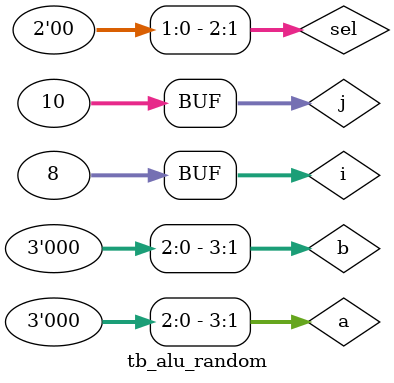
<source format=v>
module tb_alu_random #(parameter n=4);

reg [n-1:0]a,b;
reg [2:0]sel;
wire [n-1:0]s;
wire co;
integer i,j;

alu DUT (.a(a),.b(b),.sel(sel),.s(s),.co(co));
initial
begin
	for(i=0;i<8;i=i+1)
	begin
		sel=$random;
		for(j=0;j<10;j=j+1)
		begin
		#10 a=$random;
		b=$random;
		end
		#10;
	end

	/*sel=3'b11x;
	#10{a,b}=8'b0000_0000;
	#10{a,b}=8'b0001_0001;
	#10{a,b}=8'b0010_0010;
	#10{a,b}=8'b0011_0011;
	#10{a,b}=8'b0100_0100;
	#10{a,b}=8'b0101_0101;
	#10{a,b}=8'b0110_0110;
	#10{a,b}=8'b0111_0111;
	#10{a,b}=8'b1000_1000;
	#10{a,b}=8'b1001_1001;
	#10{a,b}=8'b1010_1010;
	#10{a,b}=8'b1011_1011;
	#10{a,b}=8'b1100_1100;
	#10{a,b}=8'b1101_1101;
	#10{a,b}=8'b1110_1110;
	#10{a,b}=8'b1111_1111;*/

end

initial 
$monitor($time,"a=%b b=%b sel=%b s=%b co=%b",a,b,sel,s,co);
endmodule 

</source>
